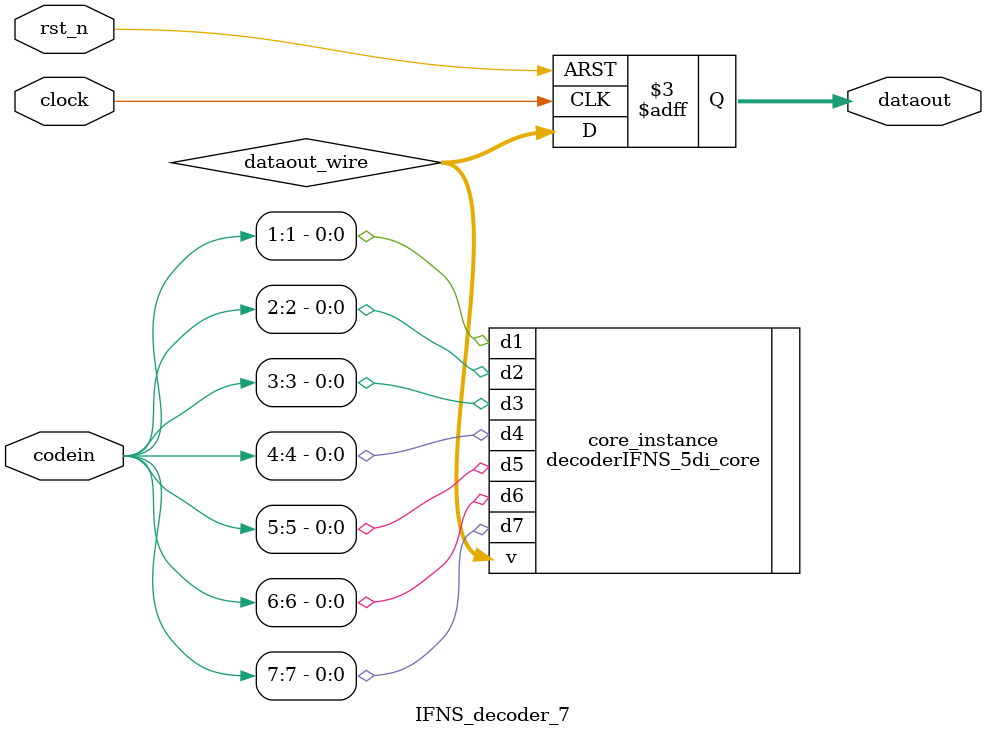
<source format=v>
module IFNS_decoder_7(
    input wire clock,
    input wire rst_n,
    output reg [4:0] dataout,
    input wire [7:1] codein
);

    wire [4:0] dataout_wire;

    decoderIFNS_5di_core core_instance(
        .v(dataout_wire),
        .d7(codein[7]),
        .d6(codein[6]),
        .d5(codein[5]),
        .d4(codein[4]),
        .d3(codein[3]),
        .d2(codein[2]),
        .d1(codein[1])
    );

    //sync
    always @(posedge clock or negedge rst_n) begin
        if (~rst_n) begin
            dataout <= 0;
        end
        else begin
            dataout <= dataout_wire;
        end
    end

endmodule
</source>
